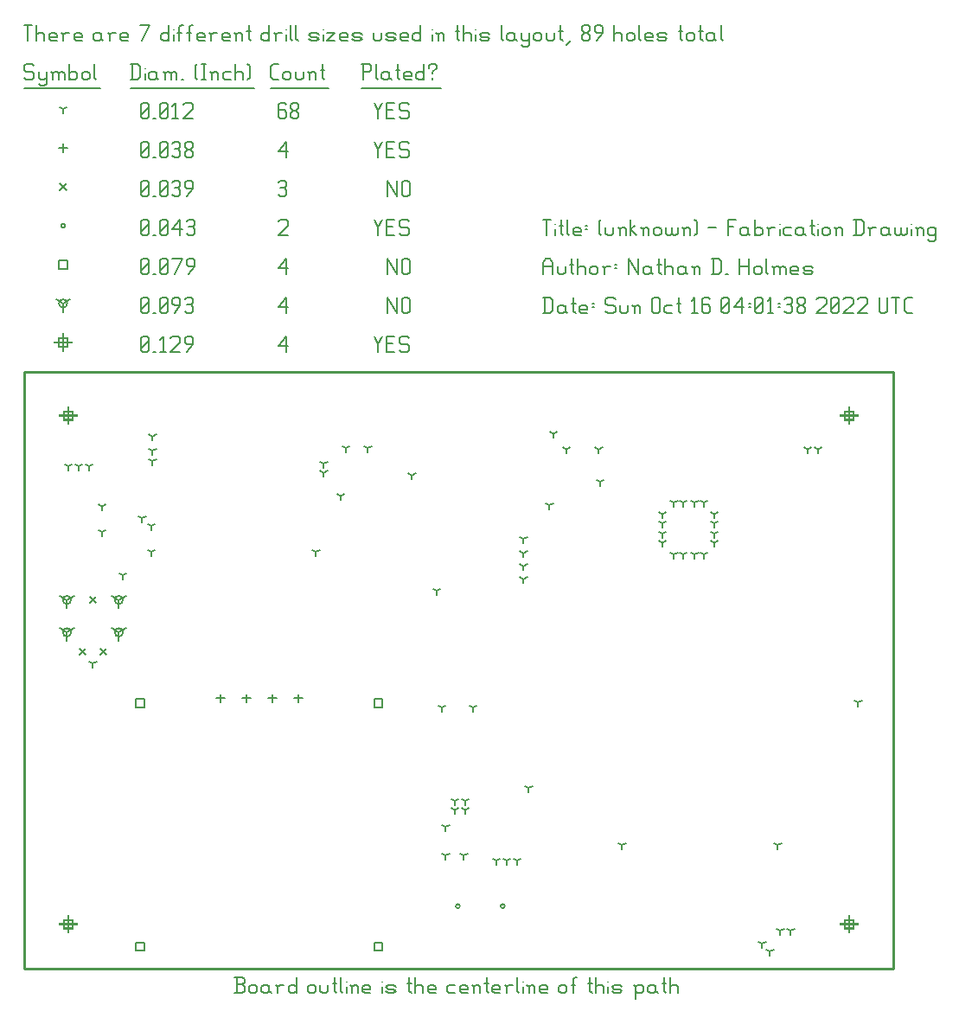
<source format=gbr>
G04 start of page 13 for group -3984 idx -3984 *
G04 Title: (unknown), fab *
G04 Creator: pcb 4.0.2 *
G04 CreationDate: Sun Oct 16 04:01:38 2022 UTC *
G04 For: ndholmes *
G04 Format: Gerber/RS-274X *
G04 PCB-Dimensions (mil): 3350.00 2300.00 *
G04 PCB-Coordinate-Origin: lower left *
%MOIN*%
%FSLAX25Y25*%
%LNFAB*%
%ADD78C,0.0100*%
%ADD77C,0.0075*%
%ADD76C,0.0060*%
%ADD75R,0.0080X0.0080*%
G54D75*X318000Y20200D02*Y13800D01*
X314800Y17000D02*X321200D01*
X316400Y18600D02*X319600D01*
X316400D02*Y15400D01*
X319600D01*
Y18600D02*Y15400D01*
X17000Y216200D02*Y209800D01*
X13800Y213000D02*X20200D01*
X15400Y214600D02*X18600D01*
X15400D02*Y211400D01*
X18600D01*
Y214600D02*Y211400D01*
X17000Y20200D02*Y13800D01*
X13800Y17000D02*X20200D01*
X15400Y18600D02*X18600D01*
X15400D02*Y15400D01*
X18600D01*
Y18600D02*Y15400D01*
X318000Y216200D02*Y209800D01*
X314800Y213000D02*X321200D01*
X316400Y214600D02*X319600D01*
X316400D02*Y211400D01*
X319600D01*
Y214600D02*Y211400D01*
X15000Y244450D02*Y238050D01*
X11800Y241250D02*X18200D01*
X13400Y242850D02*X16600D01*
X13400D02*Y239650D01*
X16600D01*
Y242850D02*Y239650D01*
G54D76*X135000Y243500D02*X136500Y240500D01*
X138000Y243500D01*
X136500Y240500D02*Y237500D01*
X139800Y240800D02*X142050D01*
X139800Y237500D02*X142800D01*
X139800Y243500D02*Y237500D01*
Y243500D02*X142800D01*
X147600D02*X148350Y242750D01*
X145350Y243500D02*X147600D01*
X144600Y242750D02*X145350Y243500D01*
X144600Y242750D02*Y241250D01*
X145350Y240500D01*
X147600D01*
X148350Y239750D01*
Y238250D01*
X147600Y237500D02*X148350Y238250D01*
X145350Y237500D02*X147600D01*
X144600Y238250D02*X145350Y237500D01*
X98000Y239750D02*X101000Y243500D01*
X98000Y239750D02*X101750D01*
X101000Y243500D02*Y237500D01*
X45000Y238250D02*X45750Y237500D01*
X45000Y242750D02*Y238250D01*
Y242750D02*X45750Y243500D01*
X47250D01*
X48000Y242750D01*
Y238250D01*
X47250Y237500D02*X48000Y238250D01*
X45750Y237500D02*X47250D01*
X45000Y239000D02*X48000Y242000D01*
X49800Y237500D02*X50550D01*
X52350Y242300D02*X53550Y243500D01*
Y237500D01*
X52350D02*X54600D01*
X56400Y242750D02*X57150Y243500D01*
X59400D01*
X60150Y242750D01*
Y241250D01*
X56400Y237500D02*X60150Y241250D01*
X56400Y237500D02*X60150D01*
X62700D02*X64950Y240500D01*
Y242750D02*Y240500D01*
X64200Y243500D02*X64950Y242750D01*
X62700Y243500D02*X64200D01*
X61950Y242750D02*X62700Y243500D01*
X61950Y242750D02*Y241250D01*
X62700Y240500D01*
X64950D01*
X36500Y142000D02*Y138800D01*
Y142000D02*X39273Y143600D01*
X36500Y142000D02*X33727Y143600D01*
X34900Y142000D02*G75*G03X38100Y142000I1600J0D01*G01*
G75*G03X34900Y142000I-1600J0D01*G01*
X36500Y129500D02*Y126300D01*
Y129500D02*X39273Y131100D01*
X36500Y129500D02*X33727Y131100D01*
X34900Y129500D02*G75*G03X38100Y129500I1600J0D01*G01*
G75*G03X34900Y129500I-1600J0D01*G01*
X16500D02*Y126300D01*
Y129500D02*X19273Y131100D01*
X16500Y129500D02*X13727Y131100D01*
X14900Y129500D02*G75*G03X18100Y129500I1600J0D01*G01*
G75*G03X14900Y129500I-1600J0D01*G01*
X16500Y142000D02*Y138800D01*
Y142000D02*X19273Y143600D01*
X16500Y142000D02*X13727Y143600D01*
X14900Y142000D02*G75*G03X18100Y142000I1600J0D01*G01*
G75*G03X14900Y142000I-1600J0D01*G01*
X15000Y256250D02*Y253050D01*
Y256250D02*X17773Y257850D01*
X15000Y256250D02*X12227Y257850D01*
X13400Y256250D02*G75*G03X16600Y256250I1600J0D01*G01*
G75*G03X13400Y256250I-1600J0D01*G01*
X140000Y258500D02*Y252500D01*
Y258500D02*X143750Y252500D01*
Y258500D02*Y252500D01*
X145550Y257750D02*Y253250D01*
Y257750D02*X146300Y258500D01*
X147800D01*
X148550Y257750D01*
Y253250D01*
X147800Y252500D02*X148550Y253250D01*
X146300Y252500D02*X147800D01*
X145550Y253250D02*X146300Y252500D01*
X98000Y254750D02*X101000Y258500D01*
X98000Y254750D02*X101750D01*
X101000Y258500D02*Y252500D01*
X45000Y253250D02*X45750Y252500D01*
X45000Y257750D02*Y253250D01*
Y257750D02*X45750Y258500D01*
X47250D01*
X48000Y257750D01*
Y253250D01*
X47250Y252500D02*X48000Y253250D01*
X45750Y252500D02*X47250D01*
X45000Y254000D02*X48000Y257000D01*
X49800Y252500D02*X50550D01*
X52350Y253250D02*X53100Y252500D01*
X52350Y257750D02*Y253250D01*
Y257750D02*X53100Y258500D01*
X54600D01*
X55350Y257750D01*
Y253250D01*
X54600Y252500D02*X55350Y253250D01*
X53100Y252500D02*X54600D01*
X52350Y254000D02*X55350Y257000D01*
X57900Y252500D02*X60150Y255500D01*
Y257750D02*Y255500D01*
X59400Y258500D02*X60150Y257750D01*
X57900Y258500D02*X59400D01*
X57150Y257750D02*X57900Y258500D01*
X57150Y257750D02*Y256250D01*
X57900Y255500D01*
X60150D01*
X61950Y257750D02*X62700Y258500D01*
X64200D01*
X64950Y257750D01*
X64200Y252500D02*X64950Y253250D01*
X62700Y252500D02*X64200D01*
X61950Y253250D02*X62700Y252500D01*
Y255800D02*X64200D01*
X64950Y257750D02*Y256550D01*
Y255050D02*Y253250D01*
Y255050D02*X64200Y255800D01*
X64950Y256550D02*X64200Y255800D01*
X43132Y103746D02*X46332D01*
X43132D02*Y100546D01*
X46332D01*
Y103746D02*Y100546D01*
X134865Y103746D02*X138065D01*
X134865D02*Y100546D01*
X138065D01*
Y103746D02*Y100546D01*
X43132Y10045D02*X46332D01*
X43132D02*Y6845D01*
X46332D01*
Y10045D02*Y6845D01*
X134865Y10045D02*X138065D01*
X134865D02*Y6845D01*
X138065D01*
Y10045D02*Y6845D01*
X13400Y272850D02*X16600D01*
X13400D02*Y269650D01*
X16600D01*
Y272850D02*Y269650D01*
X140000Y273500D02*Y267500D01*
Y273500D02*X143750Y267500D01*
Y273500D02*Y267500D01*
X145550Y272750D02*Y268250D01*
Y272750D02*X146300Y273500D01*
X147800D01*
X148550Y272750D01*
Y268250D01*
X147800Y267500D02*X148550Y268250D01*
X146300Y267500D02*X147800D01*
X145550Y268250D02*X146300Y267500D01*
X98000Y269750D02*X101000Y273500D01*
X98000Y269750D02*X101750D01*
X101000Y273500D02*Y267500D01*
X45000Y268250D02*X45750Y267500D01*
X45000Y272750D02*Y268250D01*
Y272750D02*X45750Y273500D01*
X47250D01*
X48000Y272750D01*
Y268250D01*
X47250Y267500D02*X48000Y268250D01*
X45750Y267500D02*X47250D01*
X45000Y269000D02*X48000Y272000D01*
X49800Y267500D02*X50550D01*
X52350Y268250D02*X53100Y267500D01*
X52350Y272750D02*Y268250D01*
Y272750D02*X53100Y273500D01*
X54600D01*
X55350Y272750D01*
Y268250D01*
X54600Y267500D02*X55350Y268250D01*
X53100Y267500D02*X54600D01*
X52350Y269000D02*X55350Y272000D01*
X57900Y267500D02*X60900Y273500D01*
X57150D02*X60900D01*
X63450Y267500D02*X65700Y270500D01*
Y272750D02*Y270500D01*
X64950Y273500D02*X65700Y272750D01*
X63450Y273500D02*X64950D01*
X62700Y272750D02*X63450Y273500D01*
X62700Y272750D02*Y271250D01*
X63450Y270500D01*
X65700D01*
X166377Y24000D02*G75*G03X167977Y24000I800J0D01*G01*
G75*G03X166377Y24000I-800J0D01*G01*
X183700D02*G75*G03X185300Y24000I800J0D01*G01*
G75*G03X183700Y24000I-800J0D01*G01*
X14200Y286250D02*G75*G03X15800Y286250I800J0D01*G01*
G75*G03X14200Y286250I-800J0D01*G01*
X135000Y288500D02*X136500Y285500D01*
X138000Y288500D01*
X136500Y285500D02*Y282500D01*
X139800Y285800D02*X142050D01*
X139800Y282500D02*X142800D01*
X139800Y288500D02*Y282500D01*
Y288500D02*X142800D01*
X147600D02*X148350Y287750D01*
X145350Y288500D02*X147600D01*
X144600Y287750D02*X145350Y288500D01*
X144600Y287750D02*Y286250D01*
X145350Y285500D01*
X147600D01*
X148350Y284750D01*
Y283250D01*
X147600Y282500D02*X148350Y283250D01*
X145350Y282500D02*X147600D01*
X144600Y283250D02*X145350Y282500D01*
X98000Y287750D02*X98750Y288500D01*
X101000D01*
X101750Y287750D01*
Y286250D01*
X98000Y282500D02*X101750Y286250D01*
X98000Y282500D02*X101750D01*
X45000Y283250D02*X45750Y282500D01*
X45000Y287750D02*Y283250D01*
Y287750D02*X45750Y288500D01*
X47250D01*
X48000Y287750D01*
Y283250D01*
X47250Y282500D02*X48000Y283250D01*
X45750Y282500D02*X47250D01*
X45000Y284000D02*X48000Y287000D01*
X49800Y282500D02*X50550D01*
X52350Y283250D02*X53100Y282500D01*
X52350Y287750D02*Y283250D01*
Y287750D02*X53100Y288500D01*
X54600D01*
X55350Y287750D01*
Y283250D01*
X54600Y282500D02*X55350Y283250D01*
X53100Y282500D02*X54600D01*
X52350Y284000D02*X55350Y287000D01*
X57150Y284750D02*X60150Y288500D01*
X57150Y284750D02*X60900D01*
X60150Y288500D02*Y282500D01*
X62700Y287750D02*X63450Y288500D01*
X64950D01*
X65700Y287750D01*
X64950Y282500D02*X65700Y283250D01*
X63450Y282500D02*X64950D01*
X62700Y283250D02*X63450Y282500D01*
Y285800D02*X64950D01*
X65700Y287750D02*Y286550D01*
Y285050D02*Y283250D01*
Y285050D02*X64950Y285800D01*
X65700Y286550D02*X64950Y285800D01*
X25300Y143200D02*X27700Y140800D01*
X25300D02*X27700Y143200D01*
X29300Y123200D02*X31700Y120800D01*
X29300D02*X31700Y123200D01*
X21300D02*X23700Y120800D01*
X21300D02*X23700Y123200D01*
X13800Y302450D02*X16200Y300050D01*
X13800D02*X16200Y302450D01*
X140000Y303500D02*Y297500D01*
Y303500D02*X143750Y297500D01*
Y303500D02*Y297500D01*
X145550Y302750D02*Y298250D01*
Y302750D02*X146300Y303500D01*
X147800D01*
X148550Y302750D01*
Y298250D01*
X147800Y297500D02*X148550Y298250D01*
X146300Y297500D02*X147800D01*
X145550Y298250D02*X146300Y297500D01*
X98000Y302750D02*X98750Y303500D01*
X100250D01*
X101000Y302750D01*
X100250Y297500D02*X101000Y298250D01*
X98750Y297500D02*X100250D01*
X98000Y298250D02*X98750Y297500D01*
Y300800D02*X100250D01*
X101000Y302750D02*Y301550D01*
Y300050D02*Y298250D01*
Y300050D02*X100250Y300800D01*
X101000Y301550D02*X100250Y300800D01*
X45000Y298250D02*X45750Y297500D01*
X45000Y302750D02*Y298250D01*
Y302750D02*X45750Y303500D01*
X47250D01*
X48000Y302750D01*
Y298250D01*
X47250Y297500D02*X48000Y298250D01*
X45750Y297500D02*X47250D01*
X45000Y299000D02*X48000Y302000D01*
X49800Y297500D02*X50550D01*
X52350Y298250D02*X53100Y297500D01*
X52350Y302750D02*Y298250D01*
Y302750D02*X53100Y303500D01*
X54600D01*
X55350Y302750D01*
Y298250D01*
X54600Y297500D02*X55350Y298250D01*
X53100Y297500D02*X54600D01*
X52350Y299000D02*X55350Y302000D01*
X57150Y302750D02*X57900Y303500D01*
X59400D01*
X60150Y302750D01*
X59400Y297500D02*X60150Y298250D01*
X57900Y297500D02*X59400D01*
X57150Y298250D02*X57900Y297500D01*
Y300800D02*X59400D01*
X60150Y302750D02*Y301550D01*
Y300050D02*Y298250D01*
Y300050D02*X59400Y300800D01*
X60150Y301550D02*X59400Y300800D01*
X62700Y297500D02*X64950Y300500D01*
Y302750D02*Y300500D01*
X64200Y303500D02*X64950Y302750D01*
X62700Y303500D02*X64200D01*
X61950Y302750D02*X62700Y303500D01*
X61950Y302750D02*Y301250D01*
X62700Y300500D01*
X64950D01*
X75598Y105714D02*Y102514D01*
X73998Y104114D02*X77198D01*
X85598Y105714D02*Y102514D01*
X83998Y104114D02*X87198D01*
X95598Y105714D02*Y102514D01*
X93998Y104114D02*X97198D01*
X105598Y105714D02*Y102514D01*
X103998Y104114D02*X107198D01*
X15000Y317850D02*Y314650D01*
X13400Y316250D02*X16600D01*
X135000Y318500D02*X136500Y315500D01*
X138000Y318500D01*
X136500Y315500D02*Y312500D01*
X139800Y315800D02*X142050D01*
X139800Y312500D02*X142800D01*
X139800Y318500D02*Y312500D01*
Y318500D02*X142800D01*
X147600D02*X148350Y317750D01*
X145350Y318500D02*X147600D01*
X144600Y317750D02*X145350Y318500D01*
X144600Y317750D02*Y316250D01*
X145350Y315500D01*
X147600D01*
X148350Y314750D01*
Y313250D01*
X147600Y312500D02*X148350Y313250D01*
X145350Y312500D02*X147600D01*
X144600Y313250D02*X145350Y312500D01*
X98000Y314750D02*X101000Y318500D01*
X98000Y314750D02*X101750D01*
X101000Y318500D02*Y312500D01*
X45000Y313250D02*X45750Y312500D01*
X45000Y317750D02*Y313250D01*
Y317750D02*X45750Y318500D01*
X47250D01*
X48000Y317750D01*
Y313250D01*
X47250Y312500D02*X48000Y313250D01*
X45750Y312500D02*X47250D01*
X45000Y314000D02*X48000Y317000D01*
X49800Y312500D02*X50550D01*
X52350Y313250D02*X53100Y312500D01*
X52350Y317750D02*Y313250D01*
Y317750D02*X53100Y318500D01*
X54600D01*
X55350Y317750D01*
Y313250D01*
X54600Y312500D02*X55350Y313250D01*
X53100Y312500D02*X54600D01*
X52350Y314000D02*X55350Y317000D01*
X57150Y317750D02*X57900Y318500D01*
X59400D01*
X60150Y317750D01*
X59400Y312500D02*X60150Y313250D01*
X57900Y312500D02*X59400D01*
X57150Y313250D02*X57900Y312500D01*
Y315800D02*X59400D01*
X60150Y317750D02*Y316550D01*
Y315050D02*Y313250D01*
Y315050D02*X59400Y315800D01*
X60150Y316550D02*X59400Y315800D01*
X61950Y313250D02*X62700Y312500D01*
X61950Y314450D02*Y313250D01*
Y314450D02*X63000Y315500D01*
X63900D01*
X64950Y314450D01*
Y313250D01*
X64200Y312500D02*X64950Y313250D01*
X62700Y312500D02*X64200D01*
X61950Y316550D02*X63000Y315500D01*
X61950Y317750D02*Y316550D01*
Y317750D02*X62700Y318500D01*
X64200D01*
X64950Y317750D01*
Y316550D01*
X63900Y315500D02*X64950Y316550D01*
X246000Y175000D02*Y173400D01*
Y175000D02*X247387Y175800D01*
X246000Y175000D02*X244613Y175800D01*
X246000Y171500D02*Y169900D01*
Y171500D02*X247387Y172300D01*
X246000Y171500D02*X244613Y172300D01*
X246000Y167500D02*Y165900D01*
Y167500D02*X247387Y168300D01*
X246000Y167500D02*X244613Y168300D01*
X246000Y164000D02*Y162400D01*
Y164000D02*X247387Y164800D01*
X246000Y164000D02*X244613Y164800D01*
X262000Y179500D02*Y177900D01*
Y179500D02*X263387Y180300D01*
X262000Y179500D02*X260613Y180300D01*
X258500Y179500D02*Y177900D01*
Y179500D02*X259887Y180300D01*
X258500Y179500D02*X257113Y180300D01*
X254000Y179500D02*Y177900D01*
Y179500D02*X255387Y180300D01*
X254000Y179500D02*X252613Y180300D01*
X250500Y179500D02*Y177900D01*
Y179500D02*X251887Y180300D01*
X250500Y179500D02*X249113Y180300D01*
X266000Y175000D02*Y173400D01*
Y175000D02*X267387Y175800D01*
X266000Y175000D02*X264613Y175800D01*
X266000Y171500D02*Y169900D01*
Y171500D02*X267387Y172300D01*
X266000Y171500D02*X264613Y172300D01*
X266000Y167500D02*Y165900D01*
Y167500D02*X267387Y168300D01*
X266000Y167500D02*X264613Y168300D01*
X266000Y164000D02*Y162400D01*
Y164000D02*X267387Y164800D01*
X266000Y164000D02*X264613Y164800D01*
X250500Y159500D02*Y157900D01*
Y159500D02*X251887Y160300D01*
X250500Y159500D02*X249113Y160300D01*
X254000Y159500D02*Y157900D01*
Y159500D02*X255387Y160300D01*
X254000Y159500D02*X252613Y160300D01*
X258500Y159500D02*Y157900D01*
Y159500D02*X259887Y160300D01*
X258500Y159500D02*X257113Y160300D01*
X262000Y159500D02*Y157900D01*
Y159500D02*X263387Y160300D01*
X262000Y159500D02*X260613Y160300D01*
X221500Y200000D02*Y198400D01*
Y200000D02*X222887Y200800D01*
X221500Y200000D02*X220113Y200800D01*
X209000Y200000D02*Y198400D01*
Y200000D02*X210387Y200800D01*
X209000Y200000D02*X207613Y200800D01*
X26500Y117400D02*Y115800D01*
Y117400D02*X27887Y118200D01*
X26500Y117400D02*X25113Y118200D01*
X112500Y160500D02*Y158900D01*
Y160500D02*X113887Y161300D01*
X112500Y160500D02*X111113Y161300D01*
X115500Y191000D02*Y189400D01*
Y191000D02*X116887Y191800D01*
X115500Y191000D02*X114113Y191800D01*
X321500Y102500D02*Y100900D01*
Y102500D02*X322887Y103300D01*
X321500Y102500D02*X320113Y103300D01*
X230500Y47500D02*Y45900D01*
Y47500D02*X231887Y48300D01*
X230500Y47500D02*X229113Y48300D01*
X290500Y47500D02*Y45900D01*
Y47500D02*X291887Y48300D01*
X290500Y47500D02*X289113Y48300D01*
X284500Y9500D02*Y7900D01*
Y9500D02*X285887Y10300D01*
X284500Y9500D02*X283113Y10300D01*
X287500Y6500D02*Y4900D01*
Y6500D02*X288887Y7300D01*
X287500Y6500D02*X286113Y7300D01*
X295500Y14500D02*Y12900D01*
Y14500D02*X296887Y15300D01*
X295500Y14500D02*X294113Y15300D01*
X291500Y14500D02*Y12900D01*
Y14500D02*X292887Y15300D01*
X291500Y14500D02*X290113Y15300D01*
X159000Y145500D02*Y143900D01*
Y145500D02*X160387Y146300D01*
X159000Y145500D02*X157613Y146300D01*
X25000Y193500D02*Y191900D01*
Y193500D02*X26387Y194300D01*
X25000Y193500D02*X23613Y194300D01*
X21000Y193500D02*Y191900D01*
Y193500D02*X22387Y194300D01*
X21000Y193500D02*X19613Y194300D01*
X17000Y193500D02*Y191900D01*
Y193500D02*X18387Y194300D01*
X17000Y193500D02*X15613Y194300D01*
X49500Y205000D02*Y203400D01*
Y205000D02*X50887Y205800D01*
X49500Y205000D02*X48113Y205800D01*
X49500Y199500D02*Y197900D01*
Y199500D02*X50887Y200300D01*
X49500Y199500D02*X48113Y200300D01*
X49500Y195500D02*Y193900D01*
Y195500D02*X50887Y196300D01*
X49500Y195500D02*X48113Y196300D01*
X38000Y151500D02*Y149900D01*
Y151500D02*X39387Y152300D01*
X38000Y151500D02*X36613Y152300D01*
X222000Y187500D02*Y185900D01*
Y187500D02*X223387Y188300D01*
X222000Y187500D02*X220613Y188300D01*
X45500Y173500D02*Y171900D01*
Y173500D02*X46887Y174300D01*
X45500Y173500D02*X44113Y174300D01*
X49000Y160500D02*Y158900D01*
Y160500D02*X50387Y161300D01*
X49000Y160500D02*X47613Y161300D01*
X49000Y170500D02*Y168900D01*
Y170500D02*X50387Y171300D01*
X49000Y170500D02*X47613Y171300D01*
X132500Y200500D02*Y198900D01*
Y200500D02*X133887Y201300D01*
X132500Y200500D02*X131113Y201300D01*
X115500Y194500D02*Y192900D01*
Y194500D02*X116887Y195300D01*
X115500Y194500D02*X114113Y195300D01*
X122000Y182000D02*Y180400D01*
Y182000D02*X123387Y182800D01*
X122000Y182000D02*X120613Y182800D01*
X192500Y165500D02*Y163900D01*
Y165500D02*X193887Y166300D01*
X192500Y165500D02*X191113Y166300D01*
X192500Y160000D02*Y158400D01*
Y160000D02*X193887Y160800D01*
X192500Y160000D02*X191113Y160800D01*
X192500Y155000D02*Y153400D01*
Y155000D02*X193887Y155800D01*
X192500Y155000D02*X191113Y155800D01*
X192500Y150000D02*Y148400D01*
Y150000D02*X193887Y150800D01*
X192500Y150000D02*X191113Y150800D01*
X202500Y178500D02*Y176900D01*
Y178500D02*X203887Y179300D01*
X202500Y178500D02*X201113Y179300D01*
X149500Y190000D02*Y188400D01*
Y190000D02*X150887Y190800D01*
X149500Y190000D02*X148113Y190800D01*
X204000Y206000D02*Y204400D01*
Y206000D02*X205387Y206800D01*
X204000Y206000D02*X202613Y206800D01*
X124000Y200500D02*Y198900D01*
Y200500D02*X125387Y201300D01*
X124000Y200500D02*X122613Y201300D01*
X182000Y41500D02*Y39900D01*
Y41500D02*X183387Y42300D01*
X182000Y41500D02*X180613Y42300D01*
X186000Y41500D02*Y39900D01*
Y41500D02*X187387Y42300D01*
X186000Y41500D02*X184613Y42300D01*
X190000Y41500D02*Y39900D01*
Y41500D02*X191387Y42300D01*
X190000Y41500D02*X188613Y42300D01*
X162500Y43500D02*Y41900D01*
Y43500D02*X163887Y44300D01*
X162500Y43500D02*X161113Y44300D01*
X166000Y64500D02*Y62900D01*
Y64500D02*X167387Y65300D01*
X166000Y64500D02*X164613Y65300D01*
X162500Y54500D02*Y52900D01*
Y54500D02*X163887Y55300D01*
X162500Y54500D02*X161113Y55300D01*
X170000Y61000D02*Y59400D01*
Y61000D02*X171387Y61800D01*
X170000Y61000D02*X168613Y61800D01*
X170000Y64500D02*Y62900D01*
Y64500D02*X171387Y65300D01*
X170000Y64500D02*X168613Y65300D01*
X166000Y61000D02*Y59400D01*
Y61000D02*X167387Y61800D01*
X166000Y61000D02*X164613Y61800D01*
X194500Y69500D02*Y67900D01*
Y69500D02*X195887Y70300D01*
X194500Y69500D02*X193113Y70300D01*
X161064Y100493D02*Y98893D01*
Y100493D02*X162450Y101293D01*
X161064Y100493D02*X159677Y101293D01*
X173064Y100493D02*Y98893D01*
Y100493D02*X174450Y101293D01*
X173064Y100493D02*X171677Y101293D01*
X306000Y200000D02*Y198400D01*
Y200000D02*X307387Y200800D01*
X306000Y200000D02*X304613Y200800D01*
X302000Y200000D02*Y198400D01*
Y200000D02*X303387Y200800D01*
X302000Y200000D02*X300613Y200800D01*
X30100Y168100D02*Y166500D01*
Y168100D02*X31487Y168900D01*
X30100Y168100D02*X28713Y168900D01*
X30000Y178000D02*Y176400D01*
Y178000D02*X31387Y178800D01*
X30000Y178000D02*X28613Y178800D01*
X169500Y43500D02*Y41900D01*
Y43500D02*X170887Y44300D01*
X169500Y43500D02*X168113Y44300D01*
X15000Y331250D02*Y329650D01*
Y331250D02*X16387Y332050D01*
X15000Y331250D02*X13613Y332050D01*
X135000Y333500D02*X136500Y330500D01*
X138000Y333500D01*
X136500Y330500D02*Y327500D01*
X139800Y330800D02*X142050D01*
X139800Y327500D02*X142800D01*
X139800Y333500D02*Y327500D01*
Y333500D02*X142800D01*
X147600D02*X148350Y332750D01*
X145350Y333500D02*X147600D01*
X144600Y332750D02*X145350Y333500D01*
X144600Y332750D02*Y331250D01*
X145350Y330500D01*
X147600D01*
X148350Y329750D01*
Y328250D01*
X147600Y327500D02*X148350Y328250D01*
X145350Y327500D02*X147600D01*
X144600Y328250D02*X145350Y327500D01*
X100250Y333500D02*X101000Y332750D01*
X98750Y333500D02*X100250D01*
X98000Y332750D02*X98750Y333500D01*
X98000Y332750D02*Y328250D01*
X98750Y327500D01*
X100250Y330800D02*X101000Y330050D01*
X98000Y330800D02*X100250D01*
X98750Y327500D02*X100250D01*
X101000Y328250D01*
Y330050D02*Y328250D01*
X102800D02*X103550Y327500D01*
X102800Y329450D02*Y328250D01*
Y329450D02*X103850Y330500D01*
X104750D01*
X105800Y329450D01*
Y328250D01*
X105050Y327500D02*X105800Y328250D01*
X103550Y327500D02*X105050D01*
X102800Y331550D02*X103850Y330500D01*
X102800Y332750D02*Y331550D01*
Y332750D02*X103550Y333500D01*
X105050D01*
X105800Y332750D01*
Y331550D01*
X104750Y330500D02*X105800Y331550D01*
X45000Y328250D02*X45750Y327500D01*
X45000Y332750D02*Y328250D01*
Y332750D02*X45750Y333500D01*
X47250D01*
X48000Y332750D01*
Y328250D01*
X47250Y327500D02*X48000Y328250D01*
X45750Y327500D02*X47250D01*
X45000Y329000D02*X48000Y332000D01*
X49800Y327500D02*X50550D01*
X52350Y328250D02*X53100Y327500D01*
X52350Y332750D02*Y328250D01*
Y332750D02*X53100Y333500D01*
X54600D01*
X55350Y332750D01*
Y328250D01*
X54600Y327500D02*X55350Y328250D01*
X53100Y327500D02*X54600D01*
X52350Y329000D02*X55350Y332000D01*
X57150Y332300D02*X58350Y333500D01*
Y327500D01*
X57150D02*X59400D01*
X61200Y332750D02*X61950Y333500D01*
X64200D01*
X64950Y332750D01*
Y331250D01*
X61200Y327500D02*X64950Y331250D01*
X61200Y327500D02*X64950D01*
X3000Y348500D02*X3750Y347750D01*
X750Y348500D02*X3000D01*
X0Y347750D02*X750Y348500D01*
X0Y347750D02*Y346250D01*
X750Y345500D01*
X3000D01*
X3750Y344750D01*
Y343250D01*
X3000Y342500D02*X3750Y343250D01*
X750Y342500D02*X3000D01*
X0Y343250D02*X750Y342500D01*
X5550Y345500D02*Y343250D01*
X6300Y342500D01*
X8550Y345500D02*Y341000D01*
X7800Y340250D02*X8550Y341000D01*
X6300Y340250D02*X7800D01*
X5550Y341000D02*X6300Y340250D01*
Y342500D02*X7800D01*
X8550Y343250D01*
X11100Y344750D02*Y342500D01*
Y344750D02*X11850Y345500D01*
X12600D01*
X13350Y344750D01*
Y342500D01*
Y344750D02*X14100Y345500D01*
X14850D01*
X15600Y344750D01*
Y342500D01*
X10350Y345500D02*X11100Y344750D01*
X17400Y348500D02*Y342500D01*
Y343250D02*X18150Y342500D01*
X19650D01*
X20400Y343250D01*
Y344750D02*Y343250D01*
X19650Y345500D02*X20400Y344750D01*
X18150Y345500D02*X19650D01*
X17400Y344750D02*X18150Y345500D01*
X22200Y344750D02*Y343250D01*
Y344750D02*X22950Y345500D01*
X24450D01*
X25200Y344750D01*
Y343250D01*
X24450Y342500D02*X25200Y343250D01*
X22950Y342500D02*X24450D01*
X22200Y343250D02*X22950Y342500D01*
X27000Y348500D02*Y343250D01*
X27750Y342500D01*
X0Y339250D02*X29250D01*
X41750Y348500D02*Y342500D01*
X43700Y348500D02*X44750Y347450D01*
Y343550D01*
X43700Y342500D02*X44750Y343550D01*
X41000Y342500D02*X43700D01*
X41000Y348500D02*X43700D01*
G54D77*X46550Y347000D02*Y346850D01*
G54D76*Y344750D02*Y342500D01*
X50300Y345500D02*X51050Y344750D01*
X48800Y345500D02*X50300D01*
X48050Y344750D02*X48800Y345500D01*
X48050Y344750D02*Y343250D01*
X48800Y342500D01*
X51050Y345500D02*Y343250D01*
X51800Y342500D01*
X48800D02*X50300D01*
X51050Y343250D01*
X54350Y344750D02*Y342500D01*
Y344750D02*X55100Y345500D01*
X55850D01*
X56600Y344750D01*
Y342500D01*
Y344750D02*X57350Y345500D01*
X58100D01*
X58850Y344750D01*
Y342500D01*
X53600Y345500D02*X54350Y344750D01*
X60650Y342500D02*X61400D01*
X65900Y343250D02*X66650Y342500D01*
X65900Y347750D02*X66650Y348500D01*
X65900Y347750D02*Y343250D01*
X68450Y348500D02*X69950D01*
X69200D02*Y342500D01*
X68450D02*X69950D01*
X72500Y344750D02*Y342500D01*
Y344750D02*X73250Y345500D01*
X74000D01*
X74750Y344750D01*
Y342500D01*
X71750Y345500D02*X72500Y344750D01*
X77300Y345500D02*X79550D01*
X76550Y344750D02*X77300Y345500D01*
X76550Y344750D02*Y343250D01*
X77300Y342500D01*
X79550D01*
X81350Y348500D02*Y342500D01*
Y344750D02*X82100Y345500D01*
X83600D01*
X84350Y344750D01*
Y342500D01*
X86150Y348500D02*X86900Y347750D01*
Y343250D01*
X86150Y342500D02*X86900Y343250D01*
X41000Y339250D02*X88700D01*
X96050Y342500D02*X98000D01*
X95000Y343550D02*X96050Y342500D01*
X95000Y347450D02*Y343550D01*
Y347450D02*X96050Y348500D01*
X98000D01*
X99800Y344750D02*Y343250D01*
Y344750D02*X100550Y345500D01*
X102050D01*
X102800Y344750D01*
Y343250D01*
X102050Y342500D02*X102800Y343250D01*
X100550Y342500D02*X102050D01*
X99800Y343250D02*X100550Y342500D01*
X104600Y345500D02*Y343250D01*
X105350Y342500D01*
X106850D01*
X107600Y343250D01*
Y345500D02*Y343250D01*
X110150Y344750D02*Y342500D01*
Y344750D02*X110900Y345500D01*
X111650D01*
X112400Y344750D01*
Y342500D01*
X109400Y345500D02*X110150Y344750D01*
X114950Y348500D02*Y343250D01*
X115700Y342500D01*
X114200Y346250D02*X115700D01*
X95000Y339250D02*X117200D01*
X130750Y348500D02*Y342500D01*
X130000Y348500D02*X133000D01*
X133750Y347750D01*
Y346250D01*
X133000Y345500D02*X133750Y346250D01*
X130750Y345500D02*X133000D01*
X135550Y348500D02*Y343250D01*
X136300Y342500D01*
X140050Y345500D02*X140800Y344750D01*
X138550Y345500D02*X140050D01*
X137800Y344750D02*X138550Y345500D01*
X137800Y344750D02*Y343250D01*
X138550Y342500D01*
X140800Y345500D02*Y343250D01*
X141550Y342500D01*
X138550D02*X140050D01*
X140800Y343250D01*
X144100Y348500D02*Y343250D01*
X144850Y342500D01*
X143350Y346250D02*X144850D01*
X147100Y342500D02*X149350D01*
X146350Y343250D02*X147100Y342500D01*
X146350Y344750D02*Y343250D01*
Y344750D02*X147100Y345500D01*
X148600D01*
X149350Y344750D01*
X146350Y344000D02*X149350D01*
Y344750D02*Y344000D01*
X154150Y348500D02*Y342500D01*
X153400D02*X154150Y343250D01*
X151900Y342500D02*X153400D01*
X151150Y343250D02*X151900Y342500D01*
X151150Y344750D02*Y343250D01*
Y344750D02*X151900Y345500D01*
X153400D01*
X154150Y344750D01*
X157450Y345500D02*Y344750D01*
Y343250D02*Y342500D01*
X155950Y347750D02*Y347000D01*
Y347750D02*X156700Y348500D01*
X158200D01*
X158950Y347750D01*
Y347000D01*
X157450Y345500D02*X158950Y347000D01*
X130000Y339250D02*X160750D01*
X0Y363500D02*X3000D01*
X1500D02*Y357500D01*
X4800Y363500D02*Y357500D01*
Y359750D02*X5550Y360500D01*
X7050D01*
X7800Y359750D01*
Y357500D01*
X10350D02*X12600D01*
X9600Y358250D02*X10350Y357500D01*
X9600Y359750D02*Y358250D01*
Y359750D02*X10350Y360500D01*
X11850D01*
X12600Y359750D01*
X9600Y359000D02*X12600D01*
Y359750D02*Y359000D01*
X15150Y359750D02*Y357500D01*
Y359750D02*X15900Y360500D01*
X17400D01*
X14400D02*X15150Y359750D01*
X19950Y357500D02*X22200D01*
X19200Y358250D02*X19950Y357500D01*
X19200Y359750D02*Y358250D01*
Y359750D02*X19950Y360500D01*
X21450D01*
X22200Y359750D01*
X19200Y359000D02*X22200D01*
Y359750D02*Y359000D01*
X28950Y360500D02*X29700Y359750D01*
X27450Y360500D02*X28950D01*
X26700Y359750D02*X27450Y360500D01*
X26700Y359750D02*Y358250D01*
X27450Y357500D01*
X29700Y360500D02*Y358250D01*
X30450Y357500D01*
X27450D02*X28950D01*
X29700Y358250D01*
X33000Y359750D02*Y357500D01*
Y359750D02*X33750Y360500D01*
X35250D01*
X32250D02*X33000Y359750D01*
X37800Y357500D02*X40050D01*
X37050Y358250D02*X37800Y357500D01*
X37050Y359750D02*Y358250D01*
Y359750D02*X37800Y360500D01*
X39300D01*
X40050Y359750D01*
X37050Y359000D02*X40050D01*
Y359750D02*Y359000D01*
X45300Y357500D02*X48300Y363500D01*
X44550D02*X48300D01*
X55800D02*Y357500D01*
X55050D02*X55800Y358250D01*
X53550Y357500D02*X55050D01*
X52800Y358250D02*X53550Y357500D01*
X52800Y359750D02*Y358250D01*
Y359750D02*X53550Y360500D01*
X55050D01*
X55800Y359750D01*
G54D77*X57600Y362000D02*Y361850D01*
G54D76*Y359750D02*Y357500D01*
X59850Y362750D02*Y357500D01*
Y362750D02*X60600Y363500D01*
X61350D01*
X59100Y360500D02*X60600D01*
X63600Y362750D02*Y357500D01*
Y362750D02*X64350Y363500D01*
X65100D01*
X62850Y360500D02*X64350D01*
X67350Y357500D02*X69600D01*
X66600Y358250D02*X67350Y357500D01*
X66600Y359750D02*Y358250D01*
Y359750D02*X67350Y360500D01*
X68850D01*
X69600Y359750D01*
X66600Y359000D02*X69600D01*
Y359750D02*Y359000D01*
X72150Y359750D02*Y357500D01*
Y359750D02*X72900Y360500D01*
X74400D01*
X71400D02*X72150Y359750D01*
X76950Y357500D02*X79200D01*
X76200Y358250D02*X76950Y357500D01*
X76200Y359750D02*Y358250D01*
Y359750D02*X76950Y360500D01*
X78450D01*
X79200Y359750D01*
X76200Y359000D02*X79200D01*
Y359750D02*Y359000D01*
X81750Y359750D02*Y357500D01*
Y359750D02*X82500Y360500D01*
X83250D01*
X84000Y359750D01*
Y357500D01*
X81000Y360500D02*X81750Y359750D01*
X86550Y363500D02*Y358250D01*
X87300Y357500D01*
X85800Y361250D02*X87300D01*
X94500Y363500D02*Y357500D01*
X93750D02*X94500Y358250D01*
X92250Y357500D02*X93750D01*
X91500Y358250D02*X92250Y357500D01*
X91500Y359750D02*Y358250D01*
Y359750D02*X92250Y360500D01*
X93750D01*
X94500Y359750D01*
X97050D02*Y357500D01*
Y359750D02*X97800Y360500D01*
X99300D01*
X96300D02*X97050Y359750D01*
G54D77*X101100Y362000D02*Y361850D01*
G54D76*Y359750D02*Y357500D01*
X102600Y363500D02*Y358250D01*
X103350Y357500D01*
X104850Y363500D02*Y358250D01*
X105600Y357500D01*
X110550D02*X112800D01*
X113550Y358250D01*
X112800Y359000D02*X113550Y358250D01*
X110550Y359000D02*X112800D01*
X109800Y359750D02*X110550Y359000D01*
X109800Y359750D02*X110550Y360500D01*
X112800D01*
X113550Y359750D01*
X109800Y358250D02*X110550Y357500D01*
G54D77*X115350Y362000D02*Y361850D01*
G54D76*Y359750D02*Y357500D01*
X116850Y360500D02*X119850D01*
X116850Y357500D02*X119850Y360500D01*
X116850Y357500D02*X119850D01*
X122400D02*X124650D01*
X121650Y358250D02*X122400Y357500D01*
X121650Y359750D02*Y358250D01*
Y359750D02*X122400Y360500D01*
X123900D01*
X124650Y359750D01*
X121650Y359000D02*X124650D01*
Y359750D02*Y359000D01*
X127200Y357500D02*X129450D01*
X130200Y358250D01*
X129450Y359000D02*X130200Y358250D01*
X127200Y359000D02*X129450D01*
X126450Y359750D02*X127200Y359000D01*
X126450Y359750D02*X127200Y360500D01*
X129450D01*
X130200Y359750D01*
X126450Y358250D02*X127200Y357500D01*
X134700Y360500D02*Y358250D01*
X135450Y357500D01*
X136950D01*
X137700Y358250D01*
Y360500D02*Y358250D01*
X140250Y357500D02*X142500D01*
X143250Y358250D01*
X142500Y359000D02*X143250Y358250D01*
X140250Y359000D02*X142500D01*
X139500Y359750D02*X140250Y359000D01*
X139500Y359750D02*X140250Y360500D01*
X142500D01*
X143250Y359750D01*
X139500Y358250D02*X140250Y357500D01*
X145800D02*X148050D01*
X145050Y358250D02*X145800Y357500D01*
X145050Y359750D02*Y358250D01*
Y359750D02*X145800Y360500D01*
X147300D01*
X148050Y359750D01*
X145050Y359000D02*X148050D01*
Y359750D02*Y359000D01*
X152850Y363500D02*Y357500D01*
X152100D02*X152850Y358250D01*
X150600Y357500D02*X152100D01*
X149850Y358250D02*X150600Y357500D01*
X149850Y359750D02*Y358250D01*
Y359750D02*X150600Y360500D01*
X152100D01*
X152850Y359750D01*
G54D77*X157350Y362000D02*Y361850D01*
G54D76*Y359750D02*Y357500D01*
X159600Y359750D02*Y357500D01*
Y359750D02*X160350Y360500D01*
X161100D01*
X161850Y359750D01*
Y357500D01*
X158850Y360500D02*X159600Y359750D01*
X167100Y363500D02*Y358250D01*
X167850Y357500D01*
X166350Y361250D02*X167850D01*
X169350Y363500D02*Y357500D01*
Y359750D02*X170100Y360500D01*
X171600D01*
X172350Y359750D01*
Y357500D01*
G54D77*X174150Y362000D02*Y361850D01*
G54D76*Y359750D02*Y357500D01*
X176400D02*X178650D01*
X179400Y358250D01*
X178650Y359000D02*X179400Y358250D01*
X176400Y359000D02*X178650D01*
X175650Y359750D02*X176400Y359000D01*
X175650Y359750D02*X176400Y360500D01*
X178650D01*
X179400Y359750D01*
X175650Y358250D02*X176400Y357500D01*
X183900Y363500D02*Y358250D01*
X184650Y357500D01*
X188400Y360500D02*X189150Y359750D01*
X186900Y360500D02*X188400D01*
X186150Y359750D02*X186900Y360500D01*
X186150Y359750D02*Y358250D01*
X186900Y357500D01*
X189150Y360500D02*Y358250D01*
X189900Y357500D01*
X186900D02*X188400D01*
X189150Y358250D01*
X191700Y360500D02*Y358250D01*
X192450Y357500D01*
X194700Y360500D02*Y356000D01*
X193950Y355250D02*X194700Y356000D01*
X192450Y355250D02*X193950D01*
X191700Y356000D02*X192450Y355250D01*
Y357500D02*X193950D01*
X194700Y358250D01*
X196500Y359750D02*Y358250D01*
Y359750D02*X197250Y360500D01*
X198750D01*
X199500Y359750D01*
Y358250D01*
X198750Y357500D02*X199500Y358250D01*
X197250Y357500D02*X198750D01*
X196500Y358250D02*X197250Y357500D01*
X201300Y360500D02*Y358250D01*
X202050Y357500D01*
X203550D01*
X204300Y358250D01*
Y360500D02*Y358250D01*
X206850Y363500D02*Y358250D01*
X207600Y357500D01*
X206100Y361250D02*X207600D01*
X209100Y356000D02*X210600Y357500D01*
X215100Y358250D02*X215850Y357500D01*
X215100Y359450D02*Y358250D01*
Y359450D02*X216150Y360500D01*
X217050D01*
X218100Y359450D01*
Y358250D01*
X217350Y357500D02*X218100Y358250D01*
X215850Y357500D02*X217350D01*
X215100Y361550D02*X216150Y360500D01*
X215100Y362750D02*Y361550D01*
Y362750D02*X215850Y363500D01*
X217350D01*
X218100Y362750D01*
Y361550D01*
X217050Y360500D02*X218100Y361550D01*
X220650Y357500D02*X222900Y360500D01*
Y362750D02*Y360500D01*
X222150Y363500D02*X222900Y362750D01*
X220650Y363500D02*X222150D01*
X219900Y362750D02*X220650Y363500D01*
X219900Y362750D02*Y361250D01*
X220650Y360500D01*
X222900D01*
X227400Y363500D02*Y357500D01*
Y359750D02*X228150Y360500D01*
X229650D01*
X230400Y359750D01*
Y357500D01*
X232200Y359750D02*Y358250D01*
Y359750D02*X232950Y360500D01*
X234450D01*
X235200Y359750D01*
Y358250D01*
X234450Y357500D02*X235200Y358250D01*
X232950Y357500D02*X234450D01*
X232200Y358250D02*X232950Y357500D01*
X237000Y363500D02*Y358250D01*
X237750Y357500D01*
X240000D02*X242250D01*
X239250Y358250D02*X240000Y357500D01*
X239250Y359750D02*Y358250D01*
Y359750D02*X240000Y360500D01*
X241500D01*
X242250Y359750D01*
X239250Y359000D02*X242250D01*
Y359750D02*Y359000D01*
X244800Y357500D02*X247050D01*
X247800Y358250D01*
X247050Y359000D02*X247800Y358250D01*
X244800Y359000D02*X247050D01*
X244050Y359750D02*X244800Y359000D01*
X244050Y359750D02*X244800Y360500D01*
X247050D01*
X247800Y359750D01*
X244050Y358250D02*X244800Y357500D01*
X253050Y363500D02*Y358250D01*
X253800Y357500D01*
X252300Y361250D02*X253800D01*
X255300Y359750D02*Y358250D01*
Y359750D02*X256050Y360500D01*
X257550D01*
X258300Y359750D01*
Y358250D01*
X257550Y357500D02*X258300Y358250D01*
X256050Y357500D02*X257550D01*
X255300Y358250D02*X256050Y357500D01*
X260850Y363500D02*Y358250D01*
X261600Y357500D01*
X260100Y361250D02*X261600D01*
X265350Y360500D02*X266100Y359750D01*
X263850Y360500D02*X265350D01*
X263100Y359750D02*X263850Y360500D01*
X263100Y359750D02*Y358250D01*
X263850Y357500D01*
X266100Y360500D02*Y358250D01*
X266850Y357500D01*
X263850D02*X265350D01*
X266100Y358250D01*
X268650Y363500D02*Y358250D01*
X269400Y357500D01*
G54D78*X0Y230000D02*X335000D01*
Y0D01*
X0D01*
Y230000D01*
G54D76*X81175Y-9500D02*X84175D01*
X84925Y-8750D01*
Y-6950D02*Y-8750D01*
X84175Y-6200D02*X84925Y-6950D01*
X81925Y-6200D02*X84175D01*
X81925Y-3500D02*Y-9500D01*
X81175Y-3500D02*X84175D01*
X84925Y-4250D01*
Y-5450D01*
X84175Y-6200D02*X84925Y-5450D01*
X86725Y-7250D02*Y-8750D01*
Y-7250D02*X87475Y-6500D01*
X88975D01*
X89725Y-7250D01*
Y-8750D01*
X88975Y-9500D02*X89725Y-8750D01*
X87475Y-9500D02*X88975D01*
X86725Y-8750D02*X87475Y-9500D01*
X93775Y-6500D02*X94525Y-7250D01*
X92275Y-6500D02*X93775D01*
X91525Y-7250D02*X92275Y-6500D01*
X91525Y-7250D02*Y-8750D01*
X92275Y-9500D01*
X94525Y-6500D02*Y-8750D01*
X95275Y-9500D01*
X92275D02*X93775D01*
X94525Y-8750D01*
X97825Y-7250D02*Y-9500D01*
Y-7250D02*X98575Y-6500D01*
X100075D01*
X97075D02*X97825Y-7250D01*
X104875Y-3500D02*Y-9500D01*
X104125D02*X104875Y-8750D01*
X102625Y-9500D02*X104125D01*
X101875Y-8750D02*X102625Y-9500D01*
X101875Y-7250D02*Y-8750D01*
Y-7250D02*X102625Y-6500D01*
X104125D01*
X104875Y-7250D01*
X109375D02*Y-8750D01*
Y-7250D02*X110125Y-6500D01*
X111625D01*
X112375Y-7250D01*
Y-8750D01*
X111625Y-9500D02*X112375Y-8750D01*
X110125Y-9500D02*X111625D01*
X109375Y-8750D02*X110125Y-9500D01*
X114175Y-6500D02*Y-8750D01*
X114925Y-9500D01*
X116425D01*
X117175Y-8750D01*
Y-6500D02*Y-8750D01*
X119725Y-3500D02*Y-8750D01*
X120475Y-9500D01*
X118975Y-5750D02*X120475D01*
X121975Y-3500D02*Y-8750D01*
X122725Y-9500D01*
G54D77*X124225Y-5000D02*Y-5150D01*
G54D76*Y-7250D02*Y-9500D01*
X126475Y-7250D02*Y-9500D01*
Y-7250D02*X127225Y-6500D01*
X127975D01*
X128725Y-7250D01*
Y-9500D01*
X125725Y-6500D02*X126475Y-7250D01*
X131275Y-9500D02*X133525D01*
X130525Y-8750D02*X131275Y-9500D01*
X130525Y-7250D02*Y-8750D01*
Y-7250D02*X131275Y-6500D01*
X132775D01*
X133525Y-7250D01*
X130525Y-8000D02*X133525D01*
Y-7250D02*Y-8000D01*
G54D77*X138025Y-5000D02*Y-5150D01*
G54D76*Y-7250D02*Y-9500D01*
X140275D02*X142525D01*
X143275Y-8750D01*
X142525Y-8000D02*X143275Y-8750D01*
X140275Y-8000D02*X142525D01*
X139525Y-7250D02*X140275Y-8000D01*
X139525Y-7250D02*X140275Y-6500D01*
X142525D01*
X143275Y-7250D01*
X139525Y-8750D02*X140275Y-9500D01*
X148525Y-3500D02*Y-8750D01*
X149275Y-9500D01*
X147775Y-5750D02*X149275D01*
X150775Y-3500D02*Y-9500D01*
Y-7250D02*X151525Y-6500D01*
X153025D01*
X153775Y-7250D01*
Y-9500D01*
X156325D02*X158575D01*
X155575Y-8750D02*X156325Y-9500D01*
X155575Y-7250D02*Y-8750D01*
Y-7250D02*X156325Y-6500D01*
X157825D01*
X158575Y-7250D01*
X155575Y-8000D02*X158575D01*
Y-7250D02*Y-8000D01*
X163825Y-6500D02*X166075D01*
X163075Y-7250D02*X163825Y-6500D01*
X163075Y-7250D02*Y-8750D01*
X163825Y-9500D01*
X166075D01*
X168625D02*X170875D01*
X167875Y-8750D02*X168625Y-9500D01*
X167875Y-7250D02*Y-8750D01*
Y-7250D02*X168625Y-6500D01*
X170125D01*
X170875Y-7250D01*
X167875Y-8000D02*X170875D01*
Y-7250D02*Y-8000D01*
X173425Y-7250D02*Y-9500D01*
Y-7250D02*X174175Y-6500D01*
X174925D01*
X175675Y-7250D01*
Y-9500D01*
X172675Y-6500D02*X173425Y-7250D01*
X178225Y-3500D02*Y-8750D01*
X178975Y-9500D01*
X177475Y-5750D02*X178975D01*
X181225Y-9500D02*X183475D01*
X180475Y-8750D02*X181225Y-9500D01*
X180475Y-7250D02*Y-8750D01*
Y-7250D02*X181225Y-6500D01*
X182725D01*
X183475Y-7250D01*
X180475Y-8000D02*X183475D01*
Y-7250D02*Y-8000D01*
X186025Y-7250D02*Y-9500D01*
Y-7250D02*X186775Y-6500D01*
X188275D01*
X185275D02*X186025Y-7250D01*
X190075Y-3500D02*Y-8750D01*
X190825Y-9500D01*
G54D77*X192325Y-5000D02*Y-5150D01*
G54D76*Y-7250D02*Y-9500D01*
X194575Y-7250D02*Y-9500D01*
Y-7250D02*X195325Y-6500D01*
X196075D01*
X196825Y-7250D01*
Y-9500D01*
X193825Y-6500D02*X194575Y-7250D01*
X199375Y-9500D02*X201625D01*
X198625Y-8750D02*X199375Y-9500D01*
X198625Y-7250D02*Y-8750D01*
Y-7250D02*X199375Y-6500D01*
X200875D01*
X201625Y-7250D01*
X198625Y-8000D02*X201625D01*
Y-7250D02*Y-8000D01*
X206125Y-7250D02*Y-8750D01*
Y-7250D02*X206875Y-6500D01*
X208375D01*
X209125Y-7250D01*
Y-8750D01*
X208375Y-9500D02*X209125Y-8750D01*
X206875Y-9500D02*X208375D01*
X206125Y-8750D02*X206875Y-9500D01*
X211675Y-4250D02*Y-9500D01*
Y-4250D02*X212425Y-3500D01*
X213175D01*
X210925Y-6500D02*X212425D01*
X218125Y-3500D02*Y-8750D01*
X218875Y-9500D01*
X217375Y-5750D02*X218875D01*
X220375Y-3500D02*Y-9500D01*
Y-7250D02*X221125Y-6500D01*
X222625D01*
X223375Y-7250D01*
Y-9500D01*
G54D77*X225175Y-5000D02*Y-5150D01*
G54D76*Y-7250D02*Y-9500D01*
X227425D02*X229675D01*
X230425Y-8750D01*
X229675Y-8000D02*X230425Y-8750D01*
X227425Y-8000D02*X229675D01*
X226675Y-7250D02*X227425Y-8000D01*
X226675Y-7250D02*X227425Y-6500D01*
X229675D01*
X230425Y-7250D01*
X226675Y-8750D02*X227425Y-9500D01*
X235675Y-7250D02*Y-11750D01*
X234925Y-6500D02*X235675Y-7250D01*
X236425Y-6500D01*
X237925D01*
X238675Y-7250D01*
Y-8750D01*
X237925Y-9500D02*X238675Y-8750D01*
X236425Y-9500D02*X237925D01*
X235675Y-8750D02*X236425Y-9500D01*
X242725Y-6500D02*X243475Y-7250D01*
X241225Y-6500D02*X242725D01*
X240475Y-7250D02*X241225Y-6500D01*
X240475Y-7250D02*Y-8750D01*
X241225Y-9500D01*
X243475Y-6500D02*Y-8750D01*
X244225Y-9500D01*
X241225D02*X242725D01*
X243475Y-8750D01*
X246775Y-3500D02*Y-8750D01*
X247525Y-9500D01*
X246025Y-5750D02*X247525D01*
X249025Y-3500D02*Y-9500D01*
Y-7250D02*X249775Y-6500D01*
X251275D01*
X252025Y-7250D01*
Y-9500D01*
X200750Y258500D02*Y252500D01*
X202700Y258500D02*X203750Y257450D01*
Y253550D01*
X202700Y252500D02*X203750Y253550D01*
X200000Y252500D02*X202700D01*
X200000Y258500D02*X202700D01*
X207800Y255500D02*X208550Y254750D01*
X206300Y255500D02*X207800D01*
X205550Y254750D02*X206300Y255500D01*
X205550Y254750D02*Y253250D01*
X206300Y252500D01*
X208550Y255500D02*Y253250D01*
X209300Y252500D01*
X206300D02*X207800D01*
X208550Y253250D01*
X211850Y258500D02*Y253250D01*
X212600Y252500D01*
X211100Y256250D02*X212600D01*
X214850Y252500D02*X217100D01*
X214100Y253250D02*X214850Y252500D01*
X214100Y254750D02*Y253250D01*
Y254750D02*X214850Y255500D01*
X216350D01*
X217100Y254750D01*
X214100Y254000D02*X217100D01*
Y254750D02*Y254000D01*
X218900Y256250D02*X219650D01*
X218900Y254750D02*X219650D01*
X227150Y258500D02*X227900Y257750D01*
X224900Y258500D02*X227150D01*
X224150Y257750D02*X224900Y258500D01*
X224150Y257750D02*Y256250D01*
X224900Y255500D01*
X227150D01*
X227900Y254750D01*
Y253250D01*
X227150Y252500D02*X227900Y253250D01*
X224900Y252500D02*X227150D01*
X224150Y253250D02*X224900Y252500D01*
X229700Y255500D02*Y253250D01*
X230450Y252500D01*
X231950D01*
X232700Y253250D01*
Y255500D02*Y253250D01*
X235250Y254750D02*Y252500D01*
Y254750D02*X236000Y255500D01*
X236750D01*
X237500Y254750D01*
Y252500D01*
X234500Y255500D02*X235250Y254750D01*
X242000Y257750D02*Y253250D01*
Y257750D02*X242750Y258500D01*
X244250D01*
X245000Y257750D01*
Y253250D01*
X244250Y252500D02*X245000Y253250D01*
X242750Y252500D02*X244250D01*
X242000Y253250D02*X242750Y252500D01*
X247550Y255500D02*X249800D01*
X246800Y254750D02*X247550Y255500D01*
X246800Y254750D02*Y253250D01*
X247550Y252500D01*
X249800D01*
X252350Y258500D02*Y253250D01*
X253100Y252500D01*
X251600Y256250D02*X253100D01*
X257300Y257300D02*X258500Y258500D01*
Y252500D01*
X257300D02*X259550D01*
X263600Y258500D02*X264350Y257750D01*
X262100Y258500D02*X263600D01*
X261350Y257750D02*X262100Y258500D01*
X261350Y257750D02*Y253250D01*
X262100Y252500D01*
X263600Y255800D02*X264350Y255050D01*
X261350Y255800D02*X263600D01*
X262100Y252500D02*X263600D01*
X264350Y253250D01*
Y255050D02*Y253250D01*
X268850D02*X269600Y252500D01*
X268850Y257750D02*Y253250D01*
Y257750D02*X269600Y258500D01*
X271100D01*
X271850Y257750D01*
Y253250D01*
X271100Y252500D02*X271850Y253250D01*
X269600Y252500D02*X271100D01*
X268850Y254000D02*X271850Y257000D01*
X273650Y254750D02*X276650Y258500D01*
X273650Y254750D02*X277400D01*
X276650Y258500D02*Y252500D01*
X279200Y256250D02*X279950D01*
X279200Y254750D02*X279950D01*
X281750Y253250D02*X282500Y252500D01*
X281750Y257750D02*Y253250D01*
Y257750D02*X282500Y258500D01*
X284000D01*
X284750Y257750D01*
Y253250D01*
X284000Y252500D02*X284750Y253250D01*
X282500Y252500D02*X284000D01*
X281750Y254000D02*X284750Y257000D01*
X286550Y257300D02*X287750Y258500D01*
Y252500D01*
X286550D02*X288800D01*
X290600Y256250D02*X291350D01*
X290600Y254750D02*X291350D01*
X293150Y257750D02*X293900Y258500D01*
X295400D01*
X296150Y257750D01*
X295400Y252500D02*X296150Y253250D01*
X293900Y252500D02*X295400D01*
X293150Y253250D02*X293900Y252500D01*
Y255800D02*X295400D01*
X296150Y257750D02*Y256550D01*
Y255050D02*Y253250D01*
Y255050D02*X295400Y255800D01*
X296150Y256550D02*X295400Y255800D01*
X297950Y253250D02*X298700Y252500D01*
X297950Y254450D02*Y253250D01*
Y254450D02*X299000Y255500D01*
X299900D01*
X300950Y254450D01*
Y253250D01*
X300200Y252500D02*X300950Y253250D01*
X298700Y252500D02*X300200D01*
X297950Y256550D02*X299000Y255500D01*
X297950Y257750D02*Y256550D01*
Y257750D02*X298700Y258500D01*
X300200D01*
X300950Y257750D01*
Y256550D01*
X299900Y255500D02*X300950Y256550D01*
X305450Y257750D02*X306200Y258500D01*
X308450D01*
X309200Y257750D01*
Y256250D01*
X305450Y252500D02*X309200Y256250D01*
X305450Y252500D02*X309200D01*
X311000Y253250D02*X311750Y252500D01*
X311000Y257750D02*Y253250D01*
Y257750D02*X311750Y258500D01*
X313250D01*
X314000Y257750D01*
Y253250D01*
X313250Y252500D02*X314000Y253250D01*
X311750Y252500D02*X313250D01*
X311000Y254000D02*X314000Y257000D01*
X315800Y257750D02*X316550Y258500D01*
X318800D01*
X319550Y257750D01*
Y256250D01*
X315800Y252500D02*X319550Y256250D01*
X315800Y252500D02*X319550D01*
X321350Y257750D02*X322100Y258500D01*
X324350D01*
X325100Y257750D01*
Y256250D01*
X321350Y252500D02*X325100Y256250D01*
X321350Y252500D02*X325100D01*
X329600Y258500D02*Y253250D01*
X330350Y252500D01*
X331850D01*
X332600Y253250D01*
Y258500D02*Y253250D01*
X334400Y258500D02*X337400D01*
X335900D02*Y252500D01*
X340250D02*X342200D01*
X339200Y253550D02*X340250Y252500D01*
X339200Y257450D02*Y253550D01*
Y257450D02*X340250Y258500D01*
X342200D01*
X200000Y272000D02*Y267500D01*
Y272000D02*X201050Y273500D01*
X202700D01*
X203750Y272000D01*
Y267500D01*
X200000Y270500D02*X203750D01*
X205550D02*Y268250D01*
X206300Y267500D01*
X207800D01*
X208550Y268250D01*
Y270500D02*Y268250D01*
X211100Y273500D02*Y268250D01*
X211850Y267500D01*
X210350Y271250D02*X211850D01*
X213350Y273500D02*Y267500D01*
Y269750D02*X214100Y270500D01*
X215600D01*
X216350Y269750D01*
Y267500D01*
X218150Y269750D02*Y268250D01*
Y269750D02*X218900Y270500D01*
X220400D01*
X221150Y269750D01*
Y268250D01*
X220400Y267500D02*X221150Y268250D01*
X218900Y267500D02*X220400D01*
X218150Y268250D02*X218900Y267500D01*
X223700Y269750D02*Y267500D01*
Y269750D02*X224450Y270500D01*
X225950D01*
X222950D02*X223700Y269750D01*
X227750Y271250D02*X228500D01*
X227750Y269750D02*X228500D01*
X233000Y273500D02*Y267500D01*
Y273500D02*X236750Y267500D01*
Y273500D02*Y267500D01*
X240800Y270500D02*X241550Y269750D01*
X239300Y270500D02*X240800D01*
X238550Y269750D02*X239300Y270500D01*
X238550Y269750D02*Y268250D01*
X239300Y267500D01*
X241550Y270500D02*Y268250D01*
X242300Y267500D01*
X239300D02*X240800D01*
X241550Y268250D01*
X244850Y273500D02*Y268250D01*
X245600Y267500D01*
X244100Y271250D02*X245600D01*
X247100Y273500D02*Y267500D01*
Y269750D02*X247850Y270500D01*
X249350D01*
X250100Y269750D01*
Y267500D01*
X254150Y270500D02*X254900Y269750D01*
X252650Y270500D02*X254150D01*
X251900Y269750D02*X252650Y270500D01*
X251900Y269750D02*Y268250D01*
X252650Y267500D01*
X254900Y270500D02*Y268250D01*
X255650Y267500D01*
X252650D02*X254150D01*
X254900Y268250D01*
X258200Y269750D02*Y267500D01*
Y269750D02*X258950Y270500D01*
X259700D01*
X260450Y269750D01*
Y267500D01*
X257450Y270500D02*X258200Y269750D01*
X265700Y273500D02*Y267500D01*
X267650Y273500D02*X268700Y272450D01*
Y268550D01*
X267650Y267500D02*X268700Y268550D01*
X264950Y267500D02*X267650D01*
X264950Y273500D02*X267650D01*
X270500Y267500D02*X271250D01*
X275750Y273500D02*Y267500D01*
X279500Y273500D02*Y267500D01*
X275750Y270500D02*X279500D01*
X281300Y269750D02*Y268250D01*
Y269750D02*X282050Y270500D01*
X283550D01*
X284300Y269750D01*
Y268250D01*
X283550Y267500D02*X284300Y268250D01*
X282050Y267500D02*X283550D01*
X281300Y268250D02*X282050Y267500D01*
X286100Y273500D02*Y268250D01*
X286850Y267500D01*
X289100Y269750D02*Y267500D01*
Y269750D02*X289850Y270500D01*
X290600D01*
X291350Y269750D01*
Y267500D01*
Y269750D02*X292100Y270500D01*
X292850D01*
X293600Y269750D01*
Y267500D01*
X288350Y270500D02*X289100Y269750D01*
X296150Y267500D02*X298400D01*
X295400Y268250D02*X296150Y267500D01*
X295400Y269750D02*Y268250D01*
Y269750D02*X296150Y270500D01*
X297650D01*
X298400Y269750D01*
X295400Y269000D02*X298400D01*
Y269750D02*Y269000D01*
X300950Y267500D02*X303200D01*
X303950Y268250D01*
X303200Y269000D02*X303950Y268250D01*
X300950Y269000D02*X303200D01*
X300200Y269750D02*X300950Y269000D01*
X300200Y269750D02*X300950Y270500D01*
X303200D01*
X303950Y269750D01*
X300200Y268250D02*X300950Y267500D01*
X200000Y288500D02*X203000D01*
X201500D02*Y282500D01*
G54D77*X204800Y287000D02*Y286850D01*
G54D76*Y284750D02*Y282500D01*
X207050Y288500D02*Y283250D01*
X207800Y282500D01*
X206300Y286250D02*X207800D01*
X209300Y288500D02*Y283250D01*
X210050Y282500D01*
X212300D02*X214550D01*
X211550Y283250D02*X212300Y282500D01*
X211550Y284750D02*Y283250D01*
Y284750D02*X212300Y285500D01*
X213800D01*
X214550Y284750D01*
X211550Y284000D02*X214550D01*
Y284750D02*Y284000D01*
X216350Y286250D02*X217100D01*
X216350Y284750D02*X217100D01*
X221600Y283250D02*X222350Y282500D01*
X221600Y287750D02*X222350Y288500D01*
X221600Y287750D02*Y283250D01*
X224150Y285500D02*Y283250D01*
X224900Y282500D01*
X226400D01*
X227150Y283250D01*
Y285500D02*Y283250D01*
X229700Y284750D02*Y282500D01*
Y284750D02*X230450Y285500D01*
X231200D01*
X231950Y284750D01*
Y282500D01*
X228950Y285500D02*X229700Y284750D01*
X233750Y288500D02*Y282500D01*
Y284750D02*X236000Y282500D01*
X233750Y284750D02*X235250Y286250D01*
X238550Y284750D02*Y282500D01*
Y284750D02*X239300Y285500D01*
X240050D01*
X240800Y284750D01*
Y282500D01*
X237800Y285500D02*X238550Y284750D01*
X242600D02*Y283250D01*
Y284750D02*X243350Y285500D01*
X244850D01*
X245600Y284750D01*
Y283250D01*
X244850Y282500D02*X245600Y283250D01*
X243350Y282500D02*X244850D01*
X242600Y283250D02*X243350Y282500D01*
X247400Y285500D02*Y283250D01*
X248150Y282500D01*
X248900D01*
X249650Y283250D01*
Y285500D02*Y283250D01*
X250400Y282500D01*
X251150D01*
X251900Y283250D01*
Y285500D02*Y283250D01*
X254450Y284750D02*Y282500D01*
Y284750D02*X255200Y285500D01*
X255950D01*
X256700Y284750D01*
Y282500D01*
X253700Y285500D02*X254450Y284750D01*
X258500Y288500D02*X259250Y287750D01*
Y283250D01*
X258500Y282500D02*X259250Y283250D01*
X263750Y285500D02*X266750D01*
X271250Y288500D02*Y282500D01*
Y288500D02*X274250D01*
X271250Y285800D02*X273500D01*
X278300Y285500D02*X279050Y284750D01*
X276800Y285500D02*X278300D01*
X276050Y284750D02*X276800Y285500D01*
X276050Y284750D02*Y283250D01*
X276800Y282500D01*
X279050Y285500D02*Y283250D01*
X279800Y282500D01*
X276800D02*X278300D01*
X279050Y283250D01*
X281600Y288500D02*Y282500D01*
Y283250D02*X282350Y282500D01*
X283850D01*
X284600Y283250D01*
Y284750D02*Y283250D01*
X283850Y285500D02*X284600Y284750D01*
X282350Y285500D02*X283850D01*
X281600Y284750D02*X282350Y285500D01*
X287150Y284750D02*Y282500D01*
Y284750D02*X287900Y285500D01*
X289400D01*
X286400D02*X287150Y284750D01*
G54D77*X291200Y287000D02*Y286850D01*
G54D76*Y284750D02*Y282500D01*
X293450Y285500D02*X295700D01*
X292700Y284750D02*X293450Y285500D01*
X292700Y284750D02*Y283250D01*
X293450Y282500D01*
X295700D01*
X299750Y285500D02*X300500Y284750D01*
X298250Y285500D02*X299750D01*
X297500Y284750D02*X298250Y285500D01*
X297500Y284750D02*Y283250D01*
X298250Y282500D01*
X300500Y285500D02*Y283250D01*
X301250Y282500D01*
X298250D02*X299750D01*
X300500Y283250D01*
X303800Y288500D02*Y283250D01*
X304550Y282500D01*
X303050Y286250D02*X304550D01*
G54D77*X306050Y287000D02*Y286850D01*
G54D76*Y284750D02*Y282500D01*
X307550Y284750D02*Y283250D01*
Y284750D02*X308300Y285500D01*
X309800D01*
X310550Y284750D01*
Y283250D01*
X309800Y282500D02*X310550Y283250D01*
X308300Y282500D02*X309800D01*
X307550Y283250D02*X308300Y282500D01*
X313100Y284750D02*Y282500D01*
Y284750D02*X313850Y285500D01*
X314600D01*
X315350Y284750D01*
Y282500D01*
X312350Y285500D02*X313100Y284750D01*
X320600Y288500D02*Y282500D01*
X322550Y288500D02*X323600Y287450D01*
Y283550D01*
X322550Y282500D02*X323600Y283550D01*
X319850Y282500D02*X322550D01*
X319850Y288500D02*X322550D01*
X326150Y284750D02*Y282500D01*
Y284750D02*X326900Y285500D01*
X328400D01*
X325400D02*X326150Y284750D01*
X332450Y285500D02*X333200Y284750D01*
X330950Y285500D02*X332450D01*
X330200Y284750D02*X330950Y285500D01*
X330200Y284750D02*Y283250D01*
X330950Y282500D01*
X333200Y285500D02*Y283250D01*
X333950Y282500D01*
X330950D02*X332450D01*
X333200Y283250D01*
X335750Y285500D02*Y283250D01*
X336500Y282500D01*
X337250D01*
X338000Y283250D01*
Y285500D02*Y283250D01*
X338750Y282500D01*
X339500D01*
X340250Y283250D01*
Y285500D02*Y283250D01*
G54D77*X342050Y287000D02*Y286850D01*
G54D76*Y284750D02*Y282500D01*
X344300Y284750D02*Y282500D01*
Y284750D02*X345050Y285500D01*
X345800D01*
X346550Y284750D01*
Y282500D01*
X343550Y285500D02*X344300Y284750D01*
X350600Y285500D02*X351350Y284750D01*
X349100Y285500D02*X350600D01*
X348350Y284750D02*X349100Y285500D01*
X348350Y284750D02*Y283250D01*
X349100Y282500D01*
X350600D01*
X351350Y283250D01*
X348350Y281000D02*X349100Y280250D01*
X350600D01*
X351350Y281000D01*
Y285500D02*Y281000D01*
M02*

</source>
